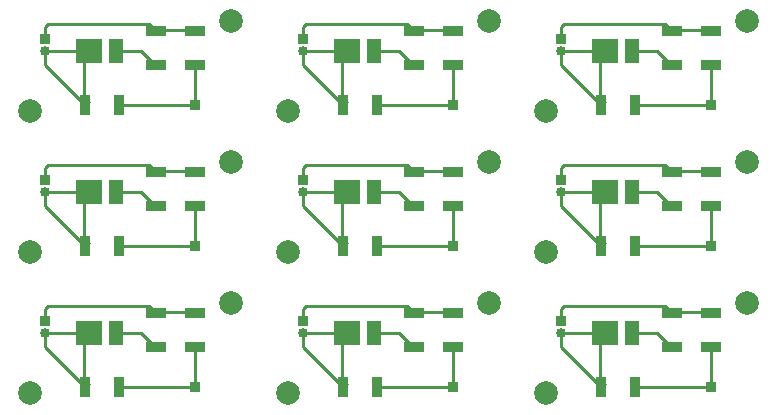
<source format=gbr>
G04 #@! TF.FileFunction,Copper,L1,Top,Signal*
%FSLAX46Y46*%
G04 Gerber Fmt 4.6, Leading zero omitted, Abs format (unit mm)*
G04 Created by KiCad (PCBNEW 4.0.7) date 09/28/17 16:14:06*
%MOMM*%
%LPD*%
G01*
G04 APERTURE LIST*
%ADD10C,0.100000*%
%ADD11R,2.200000X2.100000*%
%ADD12R,1.300000X2.100000*%
%ADD13R,1.700000X0.900000*%
%ADD14R,0.900000X1.700000*%
%ADD15R,0.850000X0.850000*%
%ADD16O,0.850000X0.850000*%
%ADD17C,2.000000*%
%ADD18C,0.250000*%
G04 APERTURE END LIST*
D10*
D11*
X186068000Y-129794000D03*
D12*
X188328000Y-129794000D03*
D13*
X195072000Y-128090000D03*
X195072000Y-130990000D03*
D14*
X188648000Y-134366000D03*
X185748000Y-134366000D03*
D13*
X191770000Y-130990000D03*
X191770000Y-128090000D03*
D15*
X182372000Y-128778000D03*
D16*
X182372000Y-129778000D03*
D15*
X195072000Y-134366000D03*
D17*
X181102000Y-134874000D03*
X198120000Y-127254000D03*
X198120000Y-115316000D03*
X181102000Y-122936000D03*
D15*
X195072000Y-122428000D03*
X182372000Y-116840000D03*
D16*
X182372000Y-117840000D03*
D13*
X191770000Y-119052000D03*
X191770000Y-116152000D03*
D14*
X188648000Y-122428000D03*
X185748000Y-122428000D03*
D13*
X195072000Y-116152000D03*
X195072000Y-119052000D03*
D11*
X186068000Y-117856000D03*
D12*
X188328000Y-117856000D03*
D11*
X186068000Y-105918000D03*
D12*
X188328000Y-105918000D03*
D13*
X195072000Y-104214000D03*
X195072000Y-107114000D03*
D14*
X188648000Y-110490000D03*
X185748000Y-110490000D03*
D13*
X191770000Y-107114000D03*
X191770000Y-104214000D03*
D15*
X182372000Y-104902000D03*
D16*
X182372000Y-105902000D03*
D15*
X195072000Y-110490000D03*
D17*
X181102000Y-110998000D03*
X198120000Y-103378000D03*
X176276000Y-103378000D03*
X159258000Y-110998000D03*
D15*
X173228000Y-110490000D03*
X160528000Y-104902000D03*
D16*
X160528000Y-105902000D03*
D13*
X169926000Y-107114000D03*
X169926000Y-104214000D03*
D14*
X166804000Y-110490000D03*
X163904000Y-110490000D03*
D13*
X173228000Y-104214000D03*
X173228000Y-107114000D03*
D11*
X164224000Y-105918000D03*
D12*
X166484000Y-105918000D03*
D11*
X164224000Y-117856000D03*
D12*
X166484000Y-117856000D03*
D13*
X173228000Y-116152000D03*
X173228000Y-119052000D03*
D14*
X166804000Y-122428000D03*
X163904000Y-122428000D03*
D13*
X169926000Y-119052000D03*
X169926000Y-116152000D03*
D15*
X160528000Y-116840000D03*
D16*
X160528000Y-117840000D03*
D15*
X173228000Y-122428000D03*
D17*
X159258000Y-122936000D03*
X176276000Y-115316000D03*
X176276000Y-127254000D03*
X159258000Y-134874000D03*
D15*
X173228000Y-134366000D03*
X160528000Y-128778000D03*
D16*
X160528000Y-129778000D03*
D13*
X169926000Y-130990000D03*
X169926000Y-128090000D03*
D14*
X166804000Y-134366000D03*
X163904000Y-134366000D03*
D13*
X173228000Y-128090000D03*
X173228000Y-130990000D03*
D11*
X164224000Y-129794000D03*
D12*
X166484000Y-129794000D03*
D11*
X142380000Y-129794000D03*
D12*
X144640000Y-129794000D03*
D13*
X151384000Y-128090000D03*
X151384000Y-130990000D03*
D14*
X144960000Y-134366000D03*
X142060000Y-134366000D03*
D13*
X148082000Y-130990000D03*
X148082000Y-128090000D03*
D15*
X138684000Y-128778000D03*
D16*
X138684000Y-129778000D03*
D15*
X151384000Y-134366000D03*
D17*
X137414000Y-134874000D03*
X154432000Y-127254000D03*
X154432000Y-115316000D03*
X137414000Y-122936000D03*
D15*
X151384000Y-122428000D03*
X138684000Y-116840000D03*
D16*
X138684000Y-117840000D03*
D13*
X148082000Y-119052000D03*
X148082000Y-116152000D03*
D14*
X144960000Y-122428000D03*
X142060000Y-122428000D03*
D13*
X151384000Y-116152000D03*
X151384000Y-119052000D03*
D11*
X142380000Y-117856000D03*
D12*
X144640000Y-117856000D03*
D11*
X142380000Y-105918000D03*
D12*
X144640000Y-105918000D03*
D13*
X151384000Y-104214000D03*
X151384000Y-107114000D03*
D14*
X144960000Y-110490000D03*
X142060000Y-110490000D03*
D13*
X148082000Y-107114000D03*
X148082000Y-104214000D03*
D15*
X138684000Y-104902000D03*
D16*
X138684000Y-105902000D03*
D15*
X151384000Y-110490000D03*
D17*
X137414000Y-110998000D03*
X154432000Y-103378000D03*
D18*
X182372000Y-129778000D02*
X182372000Y-130990000D01*
X182372000Y-130990000D02*
X185748000Y-134366000D01*
X186068000Y-129794000D02*
X186182000Y-129794000D01*
X186182000Y-129794000D02*
X185674000Y-130302000D01*
X185674000Y-130302000D02*
X185674000Y-134366000D01*
X185674000Y-134366000D02*
X185748000Y-134366000D01*
X186068000Y-129794000D02*
X182372000Y-129794000D01*
X182372000Y-129794000D02*
X182372000Y-129778000D01*
X182372000Y-129778000D02*
X182372000Y-129974000D01*
X186068000Y-134046000D02*
X185748000Y-134366000D01*
X186052000Y-129778000D02*
X186068000Y-129794000D01*
X186052000Y-117840000D02*
X186068000Y-117856000D01*
X186068000Y-122108000D02*
X185748000Y-122428000D01*
X182372000Y-117840000D02*
X182372000Y-118036000D01*
X182372000Y-117856000D02*
X182372000Y-117840000D01*
X186068000Y-117856000D02*
X182372000Y-117856000D01*
X185674000Y-122428000D02*
X185748000Y-122428000D01*
X185674000Y-118364000D02*
X185674000Y-122428000D01*
X186182000Y-117856000D02*
X185674000Y-118364000D01*
X186068000Y-117856000D02*
X186182000Y-117856000D01*
X182372000Y-119052000D02*
X185748000Y-122428000D01*
X182372000Y-117840000D02*
X182372000Y-119052000D01*
X182372000Y-105902000D02*
X182372000Y-107114000D01*
X182372000Y-107114000D02*
X185748000Y-110490000D01*
X186068000Y-105918000D02*
X186182000Y-105918000D01*
X186182000Y-105918000D02*
X185674000Y-106426000D01*
X185674000Y-106426000D02*
X185674000Y-110490000D01*
X185674000Y-110490000D02*
X185748000Y-110490000D01*
X186068000Y-105918000D02*
X182372000Y-105918000D01*
X182372000Y-105918000D02*
X182372000Y-105902000D01*
X182372000Y-105902000D02*
X182372000Y-106098000D01*
X186068000Y-110170000D02*
X185748000Y-110490000D01*
X186052000Y-105902000D02*
X186068000Y-105918000D01*
X164208000Y-105902000D02*
X164224000Y-105918000D01*
X164224000Y-110170000D02*
X163904000Y-110490000D01*
X160528000Y-105902000D02*
X160528000Y-106098000D01*
X160528000Y-105918000D02*
X160528000Y-105902000D01*
X164224000Y-105918000D02*
X160528000Y-105918000D01*
X163830000Y-110490000D02*
X163904000Y-110490000D01*
X163830000Y-106426000D02*
X163830000Y-110490000D01*
X164338000Y-105918000D02*
X163830000Y-106426000D01*
X164224000Y-105918000D02*
X164338000Y-105918000D01*
X160528000Y-107114000D02*
X163904000Y-110490000D01*
X160528000Y-105902000D02*
X160528000Y-107114000D01*
X160528000Y-117840000D02*
X160528000Y-119052000D01*
X160528000Y-119052000D02*
X163904000Y-122428000D01*
X164224000Y-117856000D02*
X164338000Y-117856000D01*
X164338000Y-117856000D02*
X163830000Y-118364000D01*
X163830000Y-118364000D02*
X163830000Y-122428000D01*
X163830000Y-122428000D02*
X163904000Y-122428000D01*
X164224000Y-117856000D02*
X160528000Y-117856000D01*
X160528000Y-117856000D02*
X160528000Y-117840000D01*
X160528000Y-117840000D02*
X160528000Y-118036000D01*
X164224000Y-122108000D02*
X163904000Y-122428000D01*
X164208000Y-117840000D02*
X164224000Y-117856000D01*
X164208000Y-129778000D02*
X164224000Y-129794000D01*
X164224000Y-134046000D02*
X163904000Y-134366000D01*
X160528000Y-129778000D02*
X160528000Y-129974000D01*
X160528000Y-129794000D02*
X160528000Y-129778000D01*
X164224000Y-129794000D02*
X160528000Y-129794000D01*
X163830000Y-134366000D02*
X163904000Y-134366000D01*
X163830000Y-130302000D02*
X163830000Y-134366000D01*
X164338000Y-129794000D02*
X163830000Y-130302000D01*
X164224000Y-129794000D02*
X164338000Y-129794000D01*
X160528000Y-130990000D02*
X163904000Y-134366000D01*
X160528000Y-129778000D02*
X160528000Y-130990000D01*
X138684000Y-129778000D02*
X138684000Y-130990000D01*
X138684000Y-130990000D02*
X142060000Y-134366000D01*
X142380000Y-129794000D02*
X142494000Y-129794000D01*
X142494000Y-129794000D02*
X141986000Y-130302000D01*
X141986000Y-130302000D02*
X141986000Y-134366000D01*
X141986000Y-134366000D02*
X142060000Y-134366000D01*
X142380000Y-129794000D02*
X138684000Y-129794000D01*
X138684000Y-129794000D02*
X138684000Y-129778000D01*
X138684000Y-129778000D02*
X138684000Y-129974000D01*
X142380000Y-134046000D02*
X142060000Y-134366000D01*
X142364000Y-129778000D02*
X142380000Y-129794000D01*
X142364000Y-117840000D02*
X142380000Y-117856000D01*
X142380000Y-122108000D02*
X142060000Y-122428000D01*
X138684000Y-117840000D02*
X138684000Y-118036000D01*
X138684000Y-117856000D02*
X138684000Y-117840000D01*
X142380000Y-117856000D02*
X138684000Y-117856000D01*
X141986000Y-122428000D02*
X142060000Y-122428000D01*
X141986000Y-118364000D02*
X141986000Y-122428000D01*
X142494000Y-117856000D02*
X141986000Y-118364000D01*
X142380000Y-117856000D02*
X142494000Y-117856000D01*
X138684000Y-119052000D02*
X142060000Y-122428000D01*
X138684000Y-117840000D02*
X138684000Y-119052000D01*
X138684000Y-105902000D02*
X138684000Y-107114000D01*
X138684000Y-107114000D02*
X142060000Y-110490000D01*
X142380000Y-105918000D02*
X142494000Y-105918000D01*
X142494000Y-105918000D02*
X141986000Y-106426000D01*
X141986000Y-106426000D02*
X141986000Y-110490000D01*
X141986000Y-110490000D02*
X142060000Y-110490000D01*
X142380000Y-105918000D02*
X138684000Y-105918000D01*
X138684000Y-105918000D02*
X138684000Y-105902000D01*
X138684000Y-105902000D02*
X138684000Y-106098000D01*
X142380000Y-110170000D02*
X142060000Y-110490000D01*
X142364000Y-105902000D02*
X142380000Y-105918000D01*
X188328000Y-129794000D02*
X190500000Y-129794000D01*
X190500000Y-129794000D02*
X191770000Y-131064000D01*
X191770000Y-131064000D02*
X191770000Y-130990000D01*
X191770000Y-119126000D02*
X191770000Y-119052000D01*
X190500000Y-117856000D02*
X191770000Y-119126000D01*
X188328000Y-117856000D02*
X190500000Y-117856000D01*
X188328000Y-105918000D02*
X190500000Y-105918000D01*
X190500000Y-105918000D02*
X191770000Y-107188000D01*
X191770000Y-107188000D02*
X191770000Y-107114000D01*
X169926000Y-107188000D02*
X169926000Y-107114000D01*
X168656000Y-105918000D02*
X169926000Y-107188000D01*
X166484000Y-105918000D02*
X168656000Y-105918000D01*
X166484000Y-117856000D02*
X168656000Y-117856000D01*
X168656000Y-117856000D02*
X169926000Y-119126000D01*
X169926000Y-119126000D02*
X169926000Y-119052000D01*
X169926000Y-131064000D02*
X169926000Y-130990000D01*
X168656000Y-129794000D02*
X169926000Y-131064000D01*
X166484000Y-129794000D02*
X168656000Y-129794000D01*
X144640000Y-129794000D02*
X146812000Y-129794000D01*
X146812000Y-129794000D02*
X148082000Y-131064000D01*
X148082000Y-131064000D02*
X148082000Y-130990000D01*
X148082000Y-119126000D02*
X148082000Y-119052000D01*
X146812000Y-117856000D02*
X148082000Y-119126000D01*
X144640000Y-117856000D02*
X146812000Y-117856000D01*
X144640000Y-105918000D02*
X146812000Y-105918000D01*
X146812000Y-105918000D02*
X148082000Y-107188000D01*
X148082000Y-107188000D02*
X148082000Y-107114000D01*
X182372000Y-128778000D02*
X182372000Y-127762000D01*
X191188000Y-127508000D02*
X191770000Y-128090000D01*
X182626000Y-127508000D02*
X191188000Y-127508000D01*
X182372000Y-127762000D02*
X182626000Y-127508000D01*
X191770000Y-128090000D02*
X191770000Y-128016000D01*
X195072000Y-128090000D02*
X195072000Y-128016000D01*
X195072000Y-128016000D02*
X191770000Y-128016000D01*
X191770000Y-128016000D02*
X191770000Y-128090000D01*
X182372000Y-128778000D02*
X182372000Y-128524000D01*
X191516000Y-127836000D02*
X191770000Y-128090000D01*
X191516000Y-115898000D02*
X191770000Y-116152000D01*
X182372000Y-116840000D02*
X182372000Y-116586000D01*
X191770000Y-116078000D02*
X191770000Y-116152000D01*
X195072000Y-116078000D02*
X191770000Y-116078000D01*
X195072000Y-116152000D02*
X195072000Y-116078000D01*
X191770000Y-116152000D02*
X191770000Y-116078000D01*
X182372000Y-115824000D02*
X182626000Y-115570000D01*
X182626000Y-115570000D02*
X191188000Y-115570000D01*
X191188000Y-115570000D02*
X191770000Y-116152000D01*
X182372000Y-116840000D02*
X182372000Y-115824000D01*
X182372000Y-104902000D02*
X182372000Y-103886000D01*
X191188000Y-103632000D02*
X191770000Y-104214000D01*
X182626000Y-103632000D02*
X191188000Y-103632000D01*
X182372000Y-103886000D02*
X182626000Y-103632000D01*
X191770000Y-104214000D02*
X191770000Y-104140000D01*
X195072000Y-104214000D02*
X195072000Y-104140000D01*
X195072000Y-104140000D02*
X191770000Y-104140000D01*
X191770000Y-104140000D02*
X191770000Y-104214000D01*
X182372000Y-104902000D02*
X182372000Y-104648000D01*
X191516000Y-103960000D02*
X191770000Y-104214000D01*
X169672000Y-103960000D02*
X169926000Y-104214000D01*
X160528000Y-104902000D02*
X160528000Y-104648000D01*
X169926000Y-104140000D02*
X169926000Y-104214000D01*
X173228000Y-104140000D02*
X169926000Y-104140000D01*
X173228000Y-104214000D02*
X173228000Y-104140000D01*
X169926000Y-104214000D02*
X169926000Y-104140000D01*
X160528000Y-103886000D02*
X160782000Y-103632000D01*
X160782000Y-103632000D02*
X169344000Y-103632000D01*
X169344000Y-103632000D02*
X169926000Y-104214000D01*
X160528000Y-104902000D02*
X160528000Y-103886000D01*
X160528000Y-116840000D02*
X160528000Y-115824000D01*
X169344000Y-115570000D02*
X169926000Y-116152000D01*
X160782000Y-115570000D02*
X169344000Y-115570000D01*
X160528000Y-115824000D02*
X160782000Y-115570000D01*
X169926000Y-116152000D02*
X169926000Y-116078000D01*
X173228000Y-116152000D02*
X173228000Y-116078000D01*
X173228000Y-116078000D02*
X169926000Y-116078000D01*
X169926000Y-116078000D02*
X169926000Y-116152000D01*
X160528000Y-116840000D02*
X160528000Y-116586000D01*
X169672000Y-115898000D02*
X169926000Y-116152000D01*
X169672000Y-127836000D02*
X169926000Y-128090000D01*
X160528000Y-128778000D02*
X160528000Y-128524000D01*
X169926000Y-128016000D02*
X169926000Y-128090000D01*
X173228000Y-128016000D02*
X169926000Y-128016000D01*
X173228000Y-128090000D02*
X173228000Y-128016000D01*
X169926000Y-128090000D02*
X169926000Y-128016000D01*
X160528000Y-127762000D02*
X160782000Y-127508000D01*
X160782000Y-127508000D02*
X169344000Y-127508000D01*
X169344000Y-127508000D02*
X169926000Y-128090000D01*
X160528000Y-128778000D02*
X160528000Y-127762000D01*
X138684000Y-128778000D02*
X138684000Y-127762000D01*
X147500000Y-127508000D02*
X148082000Y-128090000D01*
X138938000Y-127508000D02*
X147500000Y-127508000D01*
X138684000Y-127762000D02*
X138938000Y-127508000D01*
X148082000Y-128090000D02*
X148082000Y-128016000D01*
X151384000Y-128090000D02*
X151384000Y-128016000D01*
X151384000Y-128016000D02*
X148082000Y-128016000D01*
X148082000Y-128016000D02*
X148082000Y-128090000D01*
X138684000Y-128778000D02*
X138684000Y-128524000D01*
X147828000Y-127836000D02*
X148082000Y-128090000D01*
X147828000Y-115898000D02*
X148082000Y-116152000D01*
X138684000Y-116840000D02*
X138684000Y-116586000D01*
X148082000Y-116078000D02*
X148082000Y-116152000D01*
X151384000Y-116078000D02*
X148082000Y-116078000D01*
X151384000Y-116152000D02*
X151384000Y-116078000D01*
X148082000Y-116152000D02*
X148082000Y-116078000D01*
X138684000Y-115824000D02*
X138938000Y-115570000D01*
X138938000Y-115570000D02*
X147500000Y-115570000D01*
X147500000Y-115570000D02*
X148082000Y-116152000D01*
X138684000Y-116840000D02*
X138684000Y-115824000D01*
X138684000Y-104902000D02*
X138684000Y-103886000D01*
X147500000Y-103632000D02*
X148082000Y-104214000D01*
X138938000Y-103632000D02*
X147500000Y-103632000D01*
X138684000Y-103886000D02*
X138938000Y-103632000D01*
X148082000Y-104214000D02*
X148082000Y-104140000D01*
X151384000Y-104214000D02*
X151384000Y-104140000D01*
X151384000Y-104140000D02*
X148082000Y-104140000D01*
X148082000Y-104140000D02*
X148082000Y-104214000D01*
X138684000Y-104902000D02*
X138684000Y-104648000D01*
X147828000Y-103960000D02*
X148082000Y-104214000D01*
X188648000Y-134366000D02*
X195072000Y-134366000D01*
X195072000Y-130990000D02*
X195072000Y-134366000D01*
X195072000Y-119052000D02*
X195072000Y-122428000D01*
X188648000Y-122428000D02*
X195072000Y-122428000D01*
X188648000Y-110490000D02*
X195072000Y-110490000D01*
X195072000Y-107114000D02*
X195072000Y-110490000D01*
X173228000Y-107114000D02*
X173228000Y-110490000D01*
X166804000Y-110490000D02*
X173228000Y-110490000D01*
X166804000Y-122428000D02*
X173228000Y-122428000D01*
X173228000Y-119052000D02*
X173228000Y-122428000D01*
X173228000Y-130990000D02*
X173228000Y-134366000D01*
X166804000Y-134366000D02*
X173228000Y-134366000D01*
X144960000Y-134366000D02*
X151384000Y-134366000D01*
X151384000Y-130990000D02*
X151384000Y-134366000D01*
X151384000Y-119052000D02*
X151384000Y-122428000D01*
X144960000Y-122428000D02*
X151384000Y-122428000D01*
X144960000Y-110490000D02*
X151384000Y-110490000D01*
X151384000Y-107114000D02*
X151384000Y-110490000D01*
M02*

</source>
